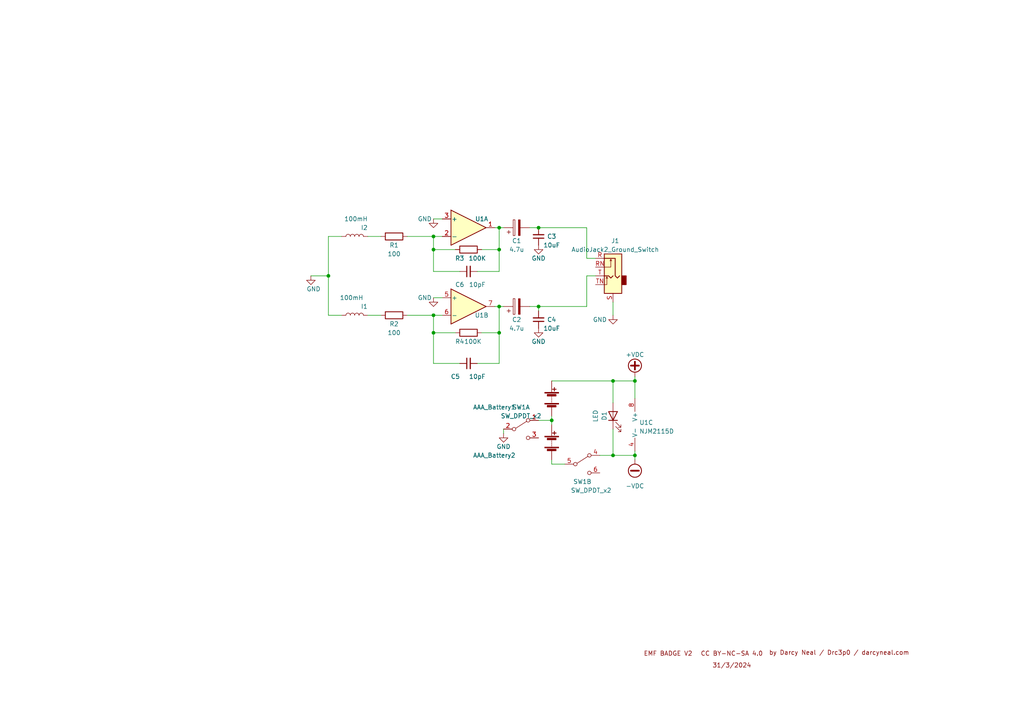
<source format=kicad_sch>
(kicad_sch (version 20230121) (generator eeschema)
  (paper "A4")
  (lib_symbols
    (symbol "Amplifier_Operational:LM358" (pin_names (offset 0.127))
      (property "Reference" "U" (at 0 5.08 0))
      (property "Value" "LM358" (at 0 -5.08 0))
      (symbol "LM358_1_1"
        (polyline (pts (xy -5.08 5.08) (xy 5.08 0) (xy -5.08 -5.08) (xy -5.08 5.08)) (stroke (width 0.254)) (fill (type background)))
        (pin output line (at 7.62 0 180) (length 2.54) (name "~") (number "1"))
        (pin input line (at -7.62 -2.54 0) (length 2.54) (name "-") (number "2"))
        (pin input line (at -7.62 2.54 0) (length 2.54) (name "+") (number "3"))
      )
      (symbol "LM358_2_1"
        (polyline (pts (xy -5.08 5.08) (xy 5.08 0) (xy -5.08 -5.08) (xy -5.08 5.08)) (stroke (width 0.254)) (fill (type background)))
        (pin input line (at -7.62 2.54 0) (length 2.54) (name "+") (number "5"))
        (pin input line (at -7.62 -2.54 0) (length 2.54) (name "-") (number "6"))
        (pin output line (at 7.62 0 180) (length 2.54) (name "~") (number "7"))
      )
      (symbol "LM358_3_1"
        (pin power_in line (at -2.54 -7.62 90) (length 3.81) (name "V-") (number "4"))
        (pin power_in line (at -2.54 7.62 270) (length 3.81) (name "V+") (number "8"))
      )
    )
    (symbol "Connector_Audio:AudioJack2_Ground_Switch"
      (property "Reference" "J1" (at -0.635 10.16 0))
      (property "Value" "AudioJack2_Ground_Switch" (at -0.635 7.62 0))
      (symbol "AudioJack2_Ground_Switch_0_1"
        (rectangle (start -2.54 -2.54) (end -3.81 0) (stroke (width 0.254)) (fill (type outline)))
        (rectangle (start 2.54 6.35) (end -2.54 -5.08) (stroke (width 0.254)) (fill (type background)))
      )
      (symbol "AudioJack2_Ground_Switch_1_1"
        (polyline (pts (xy 0.635 4.826) (xy 0.889 4.318)))
        (polyline (pts (xy 1.778 -0.254) (xy 2.032 -0.762)))
        (polyline (pts (xy 0 0) (xy 0.635 -0.635) (xy 1.27 0) (xy 2.54 0)) (stroke (width 0.254)))
        (polyline (pts (xy 2.54 -2.54) (xy 1.778 -2.54) (xy 1.778 -0.254) (xy 1.524 -0.762)))
        (polyline (pts (xy 2.54 2.54) (xy 0.635 2.54) (xy 0.635 4.826) (xy 0.381 4.318)))
        (polyline (pts (xy 2.54 5.08) (xy -0.635 5.08) (xy -0.635 0) (xy -1.27 -0.635) (xy -1.905 0)) (stroke (width 0.254)))
        (pin passive line (at 5.08 5.08 180) (length 2.54) (name "~") (number "R"))
        (pin passive line (at 5.08 2.54 180) (length 2.54) (name "~") (number "RN"))
        (pin passive line (at 0 -7.62 90) (length 2.54) (name "~") (number "S"))
        (pin passive line (at 5.08 0 180) (length 2.54) (name "~") (number "T"))
        (pin passive line (at 5.08 -2.54 180) (length 2.54) (name "~") (number "TN"))
      )
    )
    (symbol "Device:Battery" (pin_numbers hide) (pin_names (offset 0) hide)
      (property "Reference" "BT" (at 2.54 2.54 0))
      (property "Value" "Battery" (at 2.54 0 0))
      (symbol "Battery_0_1"
        (rectangle (start -2.032 -1.397) (end 2.032 -1.651) (fill (type outline)))
        (rectangle (start -2.032 1.778) (end 2.032 1.524) (fill (type outline)))
        (rectangle (start -1.3208 -1.9812) (end 1.27 -2.4892) (fill (type outline)))
        (rectangle (start -1.3208 1.1938) (end 1.27 0.6858) (fill (type outline)))
        (polyline (pts (xy 0 -1.524) (xy 0 -1.27)))
        (polyline (pts (xy 0 -1.016) (xy 0 -0.762)))
        (polyline (pts (xy 0 -0.508) (xy 0 -0.254)))
        (polyline (pts (xy 0 0) (xy 0 0.254)))
        (polyline (pts (xy 0 0.508) (xy 0 0.762)))
        (polyline (pts (xy 0 1.778) (xy 0 2.54)))
        (polyline (pts (xy 0.254 2.667) (xy 1.27 2.667)) (stroke (width 0.254)))
        (polyline (pts (xy 0.762 3.175) (xy 0.762 2.159)) (stroke (width 0.254)))
      )
      (symbol "Battery_1_1"
        (pin passive line (at 0 5.08 270) (length 2.54) (name "+") (number "1"))
        (pin passive line (at 0 -5.08 90) (length 2.54) (name "-") (number "2"))
      )
    )
    (symbol "Device:C_Polarized" (pin_numbers hide) (pin_names (offset 0.254))
      (property "Reference" "C" (at 0.635 2.54 0))
      (property "Value" "C_Polarized" (at 0.635 -2.54 0))
      (symbol "C_Polarized_0_1"
        (rectangle (start -2.286 0.508) (end 2.286 1.016))
        (polyline (pts (xy -1.778 2.286) (xy -0.762 2.286)))
        (polyline (pts (xy -1.27 2.794) (xy -1.27 1.778)))
        (rectangle (start 2.286 -0.508) (end -2.286 -1.016) (fill (type outline)))
      )
      (symbol "C_Polarized_1_1"
        (pin passive line (at 0 3.81 270) (length 2.794) (name "~") (number "1"))
        (pin passive line (at 0 -3.81 90) (length 2.794) (name "~") (number "2"))
      )
    )
    (symbol "Device:C_Small" (pin_numbers hide) (pin_names (offset 0.254) hide)
      (property "Reference" "C" (at 0.254 1.778 0))
      (property "Value" "C_Small" (at 0.254 -2.032 0))
      (symbol "C_Small_0_1"
        (polyline (pts (xy -1.524 -0.508) (xy 1.524 -0.508)) (stroke (width 0.3302)))
        (polyline (pts (xy -1.524 0.508) (xy 1.524 0.508)) (stroke (width 0.3048)))
      )
      (symbol "C_Small_1_1"
        (pin passive line (at 0 2.54 270) (length 2.032) (name "~") (number "1"))
        (pin passive line (at 0 -2.54 90) (length 2.032) (name "~") (number "2"))
      )
    )
    (symbol "Device:L" (pin_numbers hide) (pin_names (offset 1.016) hide)
      (property "Reference" "L" (at -1.27 0 90))
      (property "Value" "L" (at 1.905 0 90))
      (symbol "L_0_1"
        (arc (start 0 -2.54) (mid 0.6323 -1.905) (end 0 -1.27))
        (arc (start 0 -1.27) (mid 0.6323 -0.635) (end 0 0))
        (arc (start 0 0) (mid 0.6323 0.635) (end 0 1.27))
        (arc (start 0 1.27) (mid 0.6323 1.905) (end 0 2.54))
      )
      (symbol "L_1_1"
        (pin passive line (at 0 3.81 270) (length 1.27) (name "1") (number "1"))
        (pin passive line (at 0 -3.81 90) (length 1.27) (name "2") (number "2"))
      )
    )
    (symbol "Device:LED" (pin_numbers hide) (pin_names (offset 1.016) hide)
      (property "Reference" "D" (at 0 2.54 0))
      (property "Value" "LED" (at 0 -2.54 0))
      (symbol "LED_0_1"
        (polyline (pts (xy -1.27 -1.27) (xy -1.27 1.27)) (stroke (width 0.254)))
        (polyline (pts (xy -1.27 0) (xy 1.27 0)))
        (polyline (pts (xy 1.27 -1.27) (xy 1.27 1.27) (xy -1.27 0) (xy 1.27 -1.27)) (stroke (width 0.254)))
        (polyline (pts (xy -3.048 -0.762) (xy -4.572 -2.286) (xy -3.81 -2.286) (xy -4.572 -2.286) (xy -4.572 -1.524)))
        (polyline (pts (xy -1.778 -0.762) (xy -3.302 -2.286) (xy -2.54 -2.286) (xy -3.302 -2.286) (xy -3.302 -1.524)))
      )
      (symbol "LED_1_1"
        (pin passive line (at -3.81 0 0) (length 2.54) (name "K") (number "1"))
        (pin passive line (at 3.81 0 180) (length 2.54) (name "A") (number "2"))
      )
    )
    (symbol "Device:R" (pin_numbers hide) (pin_names (offset 0))
      (property "Reference" "R" (at 2.032 0 90))
      (property "Value" "R" (at 0 0 90))
      (symbol "R_0_1"
        (rectangle (start -1.016 -2.54) (end 1.016 2.54) (stroke (width 0.254)))
      )
      (symbol "R_1_1"
        (pin passive line (at 0 3.81 270) (length 1.27) (name "~") (number "1"))
        (pin passive line (at 0 -3.81 90) (length 1.27) (name "~") (number "2"))
      )
    )
    (symbol "SW_DPDT_x2_1" (pin_names (offset 0) hide)
      (property "Reference" "SW" (at 0 4.318 0))
      (property "Value" "SW_DPDT_x2" (at 0 -5.08 0))
      (symbol "SW_DPDT_x2_1_0_0"
        (circle (center -2.032 0) (radius 0.508))
        (circle (center 2.032 -2.54) (radius 0.508))
      )
      (symbol "SW_DPDT_x2_1_0_1"
        (polyline (pts (xy -1.524 0.254) (xy 1.651 2.286)))
        (circle (center 2.032 2.54) (radius 0.508))
      )
      (symbol "SW_DPDT_x2_1_1_1"
        (pin passive line (at 5.08 2.54 180) (length 2.54) (name "A") (number "1"))
        (pin passive line (at -5.08 0 0) (length 2.54) (name "B") (number "2"))
        (pin passive line (at 5.08 -2.54 180) (length 2.54) (name "C") (number "3"))
      )
      (symbol "SW_DPDT_x2_1_2_1"
        (pin passive line (at 5.08 2.54 180) (length 2.54) (name "A") (number "4"))
        (pin passive line (at -5.08 0 0) (length 2.54) (name "B") (number "5"))
        (pin passive line (at 5.08 -2.54 180) (length 2.54) (name "C") (number "6"))
      )
    )
    (symbol "power:+VDC" (power) (pin_names (offset 0))
      (property "Value" "+VDC" (at 0 6.35 0))
      (symbol "+VDC_0_1"
        (polyline (pts (xy -1.143 3.175) (xy 1.143 3.175)) (stroke (width 0.508)))
        (polyline (pts (xy 0 0) (xy 0 1.27)))
        (polyline (pts (xy 0 2.032) (xy 0 4.318)) (stroke (width 0.508)))
        (circle (center 0 3.175) (radius 1.905) (stroke (width 0.254)))
      )
      (symbol "+VDC_1_1"
        (pin power_in line (at 0 0 90) (length 0) hide (name "+VDC") (number "1"))
      )
    )
    (symbol "power:-VDC" (power) (pin_names (offset 0))
      (property "Value" "-VDC" (at 0 6.35 0))
      (symbol "-VDC_0_1"
        (polyline (pts (xy -1.143 3.175) (xy 1.143 3.175)) (stroke (width 0.508)))
        (polyline (pts (xy 0 0) (xy 0 1.27)))
        (circle (center 0 3.175) (radius 1.905) (stroke (width 0.254)))
      )
      (symbol "-VDC_1_1"
        (pin power_in line (at 0 0 90) (length 0) hide (name "-VDC") (number "1"))
      )
    )
    (symbol "power:GND" (power) (pin_names (offset 0))
      (property "Value" "GND" (at 0 -3.81 0))
      (symbol "GND_0_1"
        (polyline (pts (xy 0 0) (xy 0 -1.27) (xy 1.27 -1.27) (xy 0 -2.54) (xy -1.27 -1.27) (xy 0 -1.27)))
      )
      (symbol "GND_1_1"
        (pin power_in line (at 0 0 270) (length 0) hide (name "GND") (number "1"))
      )
    )
  )
  (junction (at 95.25 80.01))
  (junction (at 144.78 72.39))
  (junction (at 144.78 96.52))
  (junction (at 156.21 88.9))
  (junction (at 144.78 88.9))
  (junction (at 125.73 91.44))
  (junction (at 160.02 121.92))
  (junction (at 156.21 66.04))
  (junction (at 184.15 132.08))
  (junction (at 125.73 68.58))
  (junction (at 125.73 96.52))
  (junction (at 177.8 132.08))
  (junction (at 184.15 110.49))
  (junction (at 125.73 72.39))
  (junction (at 144.78 66.04))
  (junction (at 177.8 110.49))
  (wire (pts (xy 177.8 110.49) (xy 177.8 116.84)))
  (wire (pts (xy 125.73 105.41) (xy 125.73 96.52)))
  (wire (pts (xy 170.18 66.04) (xy 170.18 74.93)))
  (wire (pts (xy 177.8 110.49) (xy 184.15 110.49)))
  (wire (pts (xy 144.78 88.9) (xy 146.05 88.9)))
  (wire (pts (xy 106.68 68.58) (xy 110.49 68.58)))
  (wire (pts (xy 143.51 88.9) (xy 144.78 88.9)))
  (wire (pts (xy 156.21 121.92) (xy 160.02 121.92)))
  (wire (pts (xy 125.73 72.39) (xy 132.08 72.39)))
  (wire (pts (xy 160.02 110.49) (xy 177.8 110.49)))
  (wire (pts (xy 144.78 105.41) (xy 144.78 96.52)))
  (wire (pts (xy 139.7 72.39) (xy 144.78 72.39)))
  (wire (pts (xy 184.15 110.49) (xy 184.15 115.57)))
  (wire (pts (xy 160.02 121.92) (xy 160.02 123.19)))
  (wire (pts (xy 144.78 66.04) (xy 143.51 66.04)))
  (wire (pts (xy 144.78 78.74) (xy 144.78 72.39)))
  (wire (pts (xy 170.18 80.01) (xy 170.18 88.9)))
  (wire (pts (xy 173.99 132.08) (xy 177.8 132.08)))
  (wire (pts (xy 125.73 96.52) (xy 132.08 96.52)))
  (wire (pts (xy 156.21 88.9) (xy 170.18 88.9)))
  (wire (pts (xy 153.67 66.04) (xy 156.21 66.04)))
  (wire (pts (xy 184.15 109.22) (xy 184.15 110.49)))
  (wire (pts (xy 106.68 91.44) (xy 110.49 91.44)))
  (wire (pts (xy 177.8 87.63) (xy 177.8 91.44)))
  (wire (pts (xy 125.73 86.36) (xy 128.27 86.36)))
  (wire (pts (xy 144.78 66.04) (xy 146.05 66.04)))
  (wire (pts (xy 160.02 120.65) (xy 160.02 121.92)))
  (wire (pts (xy 138.43 78.74) (xy 144.78 78.74)))
  (wire (pts (xy 95.25 80.01) (xy 90.17 80.01)))
  (wire (pts (xy 125.73 68.58) (xy 125.73 72.39)))
  (wire (pts (xy 184.15 130.81) (xy 184.15 132.08)))
  (wire (pts (xy 125.73 63.5) (xy 128.27 63.5)))
  (wire (pts (xy 146.05 124.46) (xy 146.05 125.73)))
  (wire (pts (xy 184.15 132.08) (xy 184.15 133.35)))
  (wire (pts (xy 160.02 134.62) (xy 163.83 134.62)))
  (wire (pts (xy 133.35 78.74) (xy 125.73 78.74)))
  (wire (pts (xy 177.8 124.46) (xy 177.8 132.08)))
  (wire (pts (xy 156.21 66.04) (xy 170.18 66.04)))
  (wire (pts (xy 118.11 68.58) (xy 125.73 68.58)))
  (wire (pts (xy 138.43 105.41) (xy 144.78 105.41)))
  (wire (pts (xy 156.21 90.17) (xy 156.21 88.9)))
  (wire (pts (xy 125.73 78.74) (xy 125.73 72.39)))
  (wire (pts (xy 160.02 134.62) (xy 160.02 133.35)))
  (wire (pts (xy 118.11 91.44) (xy 125.73 91.44)))
  (wire (pts (xy 133.35 105.41) (xy 125.73 105.41)))
  (wire (pts (xy 153.67 88.9) (xy 156.21 88.9)))
  (wire (pts (xy 172.72 74.93) (xy 170.18 74.93)))
  (wire (pts (xy 99.06 91.44) (xy 95.25 91.44)))
  (wire (pts (xy 125.73 68.58) (xy 128.27 68.58)))
  (wire (pts (xy 144.78 72.39) (xy 144.78 66.04)))
  (wire (pts (xy 99.06 68.58) (xy 95.25 68.58)))
  (wire (pts (xy 95.25 91.44) (xy 95.25 80.01)))
  (wire (pts (xy 95.25 68.58) (xy 95.25 80.01)))
  (wire (pts (xy 144.78 96.52) (xy 144.78 88.9)))
  (wire (pts (xy 125.73 91.44) (xy 125.73 96.52)))
  (wire (pts (xy 170.18 80.01) (xy 172.72 80.01)))
  (wire (pts (xy 177.8 132.08) (xy 184.15 132.08)))
  (wire (pts (xy 125.73 91.44) (xy 128.27 91.44)))
  (wire (pts (xy 139.7 96.52) (xy 144.78 96.52)))
  (text "EMF BADGE V2" (at 186.69 190.5 0) (effects (font (size 1.27 1.27)) (justify left bottom)))
  (text "CC BY-NC-SA 4.0" (at 203.2 190.5 0) (effects (font (size 1.27 1.27)) (justify left bottom)))
  (text "by Darcy Neal / Drc3p0 / darcyneal.com" (at 223.0267 190.2372 0) (effects (font (size 1.27 1.27)) (justify left bottom)))
  (text "31/3/2024" (at 206.6042 193.9207 0) (effects (font (size 1.27 1.27)) (justify left bottom)))
  (symbol (lib_id "Device:R") (at 135.89 72.39 90) (unit 1)
    (property "Reference" "R3" (at 133.35 74.93 90))
    (property "Value" "100K" (at 138.43 74.93 90))
    (property "Footprint" "Resistor_THT:R_Axial_DIN0207_L6.3mm_D2.5mm_P7.62mm_Horizontal" (effects hide))
  )
  (symbol (lib_id "power:-VDC") (at 184.15 133.35 180) (unit 1)
    (property "Reference" "#PWR08" (effects hide))
    (property "Value" "-VDC" (at 184.15 140.97 0))
  )
  (symbol (lib_id "power:GND") (at 125.73 86.36 0) (unit 1)
    (property "Reference" "#PWR03" (effects hide))
    (property "Value" "GND" (at 123.19 86.36 0))
  )
  (symbol (lib_id "Device:C_Polarized") (at 149.86 66.04 90) (unit 1)
    (property "Reference" "C1" (at 149.86 69.85 90))
    (property "Value" "4.7u" (at 149.86 72.39 90))
    (property "Footprint" "Capacitor_THT:CP_Radial_D4.0mm_P2.54mm" (effects hide))
    (property "Sim.Device" "C" (effects hide))
    (property "Sim.Pins" "1=+ 2=-" (effects hide))
  )
  (symbol (lib_id "Device:C_Small") (at 135.89 78.74 90) (unit 1)
    (property "Reference" "C6" (at 133.35 82.55 90))
    (property "Value" "10pF" (at 138.43 82.55 90))
    (property "Footprint" "Capacitor_THT:C_Disc_D3.4mm_W2.1mm_P2.50mm" (effects hide))
  )
  (symbol (lib_id "Amplifier_Operational:LM358") (at 135.89 88.9 0) (unit 2)
    (property "Reference" "U1" (at 139.7 91.44 0))
    (property "Value" "NJM2115D" (effects hide))
    (property "Footprint" "Package_DIP:DIP-8_W7.62mm" (effects hide))
    (property "Sim.Library" "/Users/DRC/Downloads/MCP6001 2.lib" (effects hide))
    (property "Sim.Name" "MCP6001" (effects hide))
    (property "Sim.Device" "SUBCKT" (effects hide))
    (property "Sim.Pins" "1=1 2=2 3=3 4=4 5=5" (effects hide))
  )
  (symbol (lib_id "Device:R") (at 135.89 96.52 90) (unit 1)
    (property "Reference" "R4" (at 133.35 99.06 90))
    (property "Value" "100K" (at 137.16 99.06 90))
    (property "Footprint" "Resistor_THT:R_Axial_DIN0207_L6.3mm_D2.5mm_P7.62mm_Horizontal" (effects hide))
  )
  (symbol (lib_id "Device:Battery") (at 160.02 115.57 0) (unit 1)
    (property "Reference" "AAA_Battery1" (at 137.16 118.11 0) (effects (justify left)))
    (property "Value" "Spring_side->" (effects hide))
    (property "Footprint" "Battery:BatteryHolder_Keystone_2466_1xAAA" (effects hide))
    (property "Sim.Device" "V" (effects hide))
    (property "Sim.Type" "DC" (effects hide))
    (property "Sim.Pins" "1=+ 2=-" (effects hide))
    (property "Sim.Params" "dc=1.5" (effects hide))
  )
  (symbol (lib_id "Device:R") (at 114.3 91.44 90) (unit 1)
    (property "Reference" "R2" (at 114.3 93.98 90))
    (property "Value" "100" (at 114.3 96.52 90))
    (property "Footprint" "Resistor_THT:R_Axial_DIN0207_L6.3mm_D2.5mm_P7.62mm_Horizontal" (effects hide))
    (property "Sim.Device" "R" (effects hide))
    (property "Sim.Pins" "1=+ 2=-" (effects hide))
  )
  (symbol (lib_id "Device:L") (at 102.87 91.44 90) (unit 1)
    (property "Reference" "I1" (at 106.68 88.9 90) (effects (justify left)))
    (property "Value" "100mH" (at 105.41 86.36 90) (effects (justify left)))
    (property "Footprint" "Inductor_THT:Inductor_D5.0mm_Horizontal_O3.81mm_Z9.0mm" (effects hide))
  )
  (symbol (lib_id "power:GND") (at 156.21 71.12 0) (unit 1)
    (property "Reference" "#PWR04" (effects hide))
    (property "Value" "GND" (at 156.21 74.93 0))
  )
  (symbol (lib_id "power:+VDC") (at 184.15 109.22 0) (unit 1)
    (property "Reference" "#PWR07" (effects hide))
    (property "Value" "+VDC" (at 184.15 102.87 0))
  )
  (symbol (lib_id "Device:C_Small") (at 135.89 105.41 90) (unit 1)
    (property "Reference" "C5" (at 132.08 109.22 90))
    (property "Value" "10pF" (at 138.43 109.22 90))
    (property "Footprint" "Capacitor_THT:C_Disc_D3.4mm_W2.1mm_P2.50mm" (effects hide))
  )
  (symbol (lib_id "Amplifier_Operational:LM358") (at 135.89 66.04 0) (unit 1)
    (property "Reference" "U1" (at 139.7 63.5 0))
    (property "Value" "NJM2115D" (effects hide))
    (property "Footprint" "Package_DIP:DIP-8_W7.62mm" (effects hide))
    (property "Sim.Library" "/Users/DRC/Downloads/MCP6001 2.lib" (effects hide))
    (property "Sim.Name" "MCP6001" (effects hide))
    (property "Sim.Device" "SUBCKT" (effects hide))
    (property "Sim.Pins" "1=1 2=2 3=3 4=4 5=5" (effects hide))
  )
  (symbol (lib_name "SW_DPDT_x2_1") (lib_id "Switch:SW_DPDT_x2") (at 151.13 124.46 0) (unit 1)
    (property "Reference" "SW1" (at 151.13 118.11 0))
    (property "Value" "SW_DPDT_x2" (at 151.13 120.65 0))
    (property "Footprint" "Button_Switch_THT:DPDT slide switch" (effects hide))
  )
  (symbol (lib_id "Device:C_Small") (at 156.21 68.58 180) (unit 1)
    (property "Reference" "C3" (at 160.02 68.58 0))
    (property "Value" "10uF" (at 160.02 71.12 0))
    (property "Footprint" "Capacitor_THT:C_Disc_D4.3mm_W1.9mm_P5.00mm" (effects hide))
    (property "Sim.Device" "C" (effects hide))
    (property "Sim.Pins" "1=+ 2=-" (effects hide))
  )
  (symbol (lib_id "power:GND") (at 156.21 95.25 0) (unit 1)
    (property "Reference" "#PWR05" (effects hide))
    (property "Value" "GND" (at 156.21 99.06 0))
  )
  (symbol (lib_id "power:GND") (at 90.17 80.01 0) (unit 1)
    (property "Reference" "#PWR01" (effects hide))
    (property "Value" "GND" (at 88.9 83.82 0) (effects (justify left)))
  )
  (symbol (lib_id "Connector_Audio:AudioJack2_Ground_Switch") (at 177.8 80.01 0) (mirror y) (unit 1)
    (property "Reference" "J1" (at 178.435 69.85 0))
    (property "Value" "AudioJack2_Ground_Switch" (at 178.435 72.39 0))
    (property "Footprint" "Connector_Audio:Jack_3.5mm_CUI_SJ1-3525N_Horizontal" (effects hide))
  )
  (symbol (lib_id "Device:L") (at 102.87 68.58 90) (unit 1)
    (property "Reference" "I2" (at 106.68 66.04 90) (effects (justify left)))
    (property "Value" "100mH" (at 106.68 63.5 90) (effects (justify left)))
    (property "Footprint" "Inductor_THT:Inductor_D5.0mm_Horizontal_O3.81mm_Z9.0mm" (effects hide))
  )
  (symbol (lib_id "Device:C_Polarized") (at 149.86 88.9 90) (unit 1)
    (property "Reference" "C2" (at 149.86 92.71 90))
    (property "Value" "4.7u" (at 149.86 95.25 90))
    (property "Footprint" "Capacitor_THT:CP_Radial_D4.0mm_P2.54mm" (effects hide))
    (property "Sim.Device" "C" (effects hide))
    (property "Sim.Pins" "1=+ 2=-" (effects hide))
  )
  (symbol (lib_id "Amplifier_Operational:LM358") (at 186.69 123.19 0) (unit 3)
    (property "Reference" "U1" (at 185.42 122.555 0) (effects (justify left)))
    (property "Value" "NJM2115D" (at 185.42 125.095 0) (effects (justify left)))
    (property "Footprint" "Package_DIP:DIP-8_W7.62mm" (effects hide))
    (property "Sim.Library" "/Users/DRC/Downloads/MCP6001 2.lib" (effects hide))
    (property "Sim.Name" "MCP6001" (effects hide))
    (property "Sim.Device" "SUBCKT" (effects hide))
    (property "Sim.Pins" "1=1 2=2 3=3 4=4 5=5" (effects hide))
  )
  (symbol (lib_id "Device:R") (at 114.3 68.58 90) (unit 1)
    (property "Reference" "R1" (at 114.3 71.12 90))
    (property "Value" "100" (at 114.3 73.66 90))
    (property "Footprint" "Resistor_THT:R_Axial_DIN0207_L6.3mm_D2.5mm_P7.62mm_Horizontal" (effects hide))
  )
  (symbol (lib_id "power:GND") (at 177.8 91.44 0) (unit 1)
    (property "Reference" "#PWR09" (effects hide))
    (property "Value" "GND" (at 173.99 92.71 0))
  )
  (symbol (lib_id "Device:LED") (at 177.8 120.65 90) (unit 1)
    (property "Reference" "D1" (at 175.26 120.65 0))
    (property "Value" "LED" (at 172.72 120.65 0))
    (property "Footprint" "LED_THT:LED_D5.0mm_Horizontal_O1.27mm_Z9.0mm" (effects hide))
  )
  (symbol (lib_name "SW_DPDT_x2_1") (lib_id "Switch:SW_DPDT_x2") (at 168.91 134.62 0) (unit 2)
    (property "Reference" "SW1" (at 168.91 139.7 0))
    (property "Value" "SW_DPDT_x2" (at 171.45 142.24 0))
    (property "Footprint" "Button_Switch_THT:DPDT slide switch" (effects hide))
  )
  (symbol (lib_id "power:GND") (at 125.73 63.5 0) (unit 1)
    (property "Reference" "#PWR02" (effects hide))
    (property "Value" "GND" (at 123.19 63.5 0))
  )
  (symbol (lib_id "power:GND") (at 146.05 125.73 0) (unit 1)
    (property "Reference" "#PWR06" (effects hide))
    (property "Value" "GND" (at 146.05 129.54 0))
  )
  (symbol (lib_id "Device:Battery") (at 160.02 128.27 0) (unit 1)
    (property "Reference" "AAA_Battery2" (at 137.16 132.08 0) (effects (justify left)))
    (property "Value" "<-Spring_side" (effects hide))
    (property "Footprint" "Battery:BatteryHolder_Keystone_2466_1xAAA" (effects hide))
    (property "Sim.Device" "V" (effects hide))
    (property "Sim.Type" "DC" (effects hide))
    (property "Sim.Pins" "1=+ 2=-" (effects hide))
    (property "Sim.Params" "dc=1.5" (effects hide))
  )
  (symbol (lib_id "Device:C_Small") (at 156.21 92.71 180) (unit 1)
    (property "Reference" "C4" (at 160.02 92.71 0))
    (property "Value" "10uF" (at 160.02 95.25 0))
    (property "Footprint" "Capacitor_THT:C_Disc_D4.3mm_W1.9mm_P5.00mm" (effects hide))
    (property "Sim.Device" "C" (effects hide))
    (property "Sim.Pins" "1=+ 2=-" (effects hide))
  )
)
</source>
